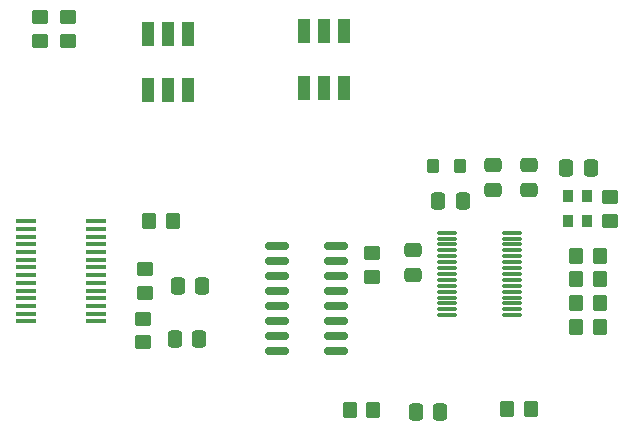
<source format=gtp>
G04 #@! TF.GenerationSoftware,KiCad,Pcbnew,9.0.6*
G04 #@! TF.CreationDate,2026-02-12T12:28:41-08:00*
G04 #@! TF.ProjectId,mutebox_hat_audio_in,6d757465-626f-4785-9f68-61745f617564,rev?*
G04 #@! TF.SameCoordinates,Original*
G04 #@! TF.FileFunction,Paste,Top*
G04 #@! TF.FilePolarity,Positive*
%FSLAX46Y46*%
G04 Gerber Fmt 4.6, Leading zero omitted, Abs format (unit mm)*
G04 Created by KiCad (PCBNEW 9.0.6) date 2026-02-12 12:28:41*
%MOMM*%
%LPD*%
G01*
G04 APERTURE LIST*
G04 Aperture macros list*
%AMRoundRect*
0 Rectangle with rounded corners*
0 $1 Rounding radius*
0 $2 $3 $4 $5 $6 $7 $8 $9 X,Y pos of 4 corners*
0 Add a 4 corners polygon primitive as box body*
4,1,4,$2,$3,$4,$5,$6,$7,$8,$9,$2,$3,0*
0 Add four circle primitives for the rounded corners*
1,1,$1+$1,$2,$3*
1,1,$1+$1,$4,$5*
1,1,$1+$1,$6,$7*
1,1,$1+$1,$8,$9*
0 Add four rect primitives between the rounded corners*
20,1,$1+$1,$2,$3,$4,$5,0*
20,1,$1+$1,$4,$5,$6,$7,0*
20,1,$1+$1,$6,$7,$8,$9,0*
20,1,$1+$1,$8,$9,$2,$3,0*%
G04 Aperture macros list end*
%ADD10RoundRect,0.250000X-0.337500X-0.475000X0.337500X-0.475000X0.337500X0.475000X-0.337500X0.475000X0*%
%ADD11RoundRect,0.250000X0.275000X0.350000X-0.275000X0.350000X-0.275000X-0.350000X0.275000X-0.350000X0*%
%ADD12RoundRect,0.250000X-0.475000X0.337500X-0.475000X-0.337500X0.475000X-0.337500X0.475000X0.337500X0*%
%ADD13R,1.100000X2.000000*%
%ADD14RoundRect,0.250000X-0.350000X-0.450000X0.350000X-0.450000X0.350000X0.450000X-0.350000X0.450000X0*%
%ADD15RoundRect,0.250000X-0.450000X0.350000X-0.450000X-0.350000X0.450000X-0.350000X0.450000X0.350000X0*%
%ADD16R,0.900000X1.000000*%
%ADD17RoundRect,0.250000X0.450000X-0.350000X0.450000X0.350000X-0.450000X0.350000X-0.450000X-0.350000X0*%
%ADD18RoundRect,0.150000X-0.825000X-0.150000X0.825000X-0.150000X0.825000X0.150000X-0.825000X0.150000X0*%
%ADD19O,1.749999X0.299999*%
%ADD20R,1.778000X0.355600*%
G04 APERTURE END LIST*
D10*
X122675000Y-74740000D03*
X124750000Y-74740000D03*
D11*
X146625000Y-64624624D03*
X144325000Y-64624624D03*
D10*
X144762500Y-67600000D03*
X146837500Y-67600000D03*
D12*
X152400000Y-64562500D03*
X152400000Y-66637500D03*
D13*
X133400000Y-58000000D03*
X135100000Y-58000000D03*
X136800000Y-58000000D03*
X136800000Y-53200000D03*
X135100000Y-53200000D03*
X133400000Y-53200000D03*
D14*
X156400000Y-74200000D03*
X158400000Y-74200000D03*
X137262000Y-85250000D03*
X139262000Y-85250000D03*
X156400000Y-78200000D03*
X158400000Y-78200000D03*
D15*
X139100000Y-72000000D03*
X139100000Y-74000000D03*
D10*
X142824500Y-85450000D03*
X144899500Y-85450000D03*
D16*
X155750000Y-67150000D03*
X155750000Y-69300000D03*
X157300000Y-69300000D03*
X157300000Y-67150000D03*
D17*
X111000000Y-54000000D03*
X111000000Y-52000000D03*
D14*
X156400000Y-76200000D03*
X158400000Y-76200000D03*
D15*
X119938500Y-73350000D03*
X119938500Y-75350000D03*
D12*
X149400000Y-64562500D03*
X149400000Y-66637500D03*
D13*
X120200000Y-58200000D03*
X121900000Y-58200000D03*
X123600000Y-58200000D03*
X123600000Y-53400000D03*
X121900000Y-53400000D03*
X120200000Y-53400000D03*
D14*
X150600000Y-85200000D03*
X152600000Y-85200000D03*
D15*
X119772863Y-77530000D03*
X119772863Y-79530000D03*
D14*
X156400000Y-72200000D03*
X158400000Y-72200000D03*
D10*
X155592500Y-64820000D03*
X157667500Y-64820000D03*
X122425000Y-79250000D03*
X124500000Y-79250000D03*
D17*
X113400000Y-54000000D03*
X113400000Y-52000000D03*
D18*
X131100000Y-71380000D03*
X131100000Y-72650000D03*
X131100000Y-73920000D03*
X131100000Y-75190000D03*
X131100000Y-76460000D03*
X131100000Y-77730000D03*
X131100000Y-79000000D03*
X131100000Y-80270000D03*
X136050000Y-80270000D03*
X136050000Y-79000000D03*
X136050000Y-77730000D03*
X136050000Y-76460000D03*
X136050000Y-75190000D03*
X136050000Y-73920000D03*
X136050000Y-72650000D03*
X136050000Y-71380000D03*
D14*
X120250000Y-69250000D03*
X122250000Y-69250000D03*
D19*
X145475002Y-70249999D03*
X145475002Y-70749998D03*
X145475002Y-71250000D03*
X145475002Y-71749999D03*
X145475002Y-72250000D03*
X145475002Y-72749999D03*
X145475002Y-73249998D03*
X145475002Y-73750000D03*
X145475002Y-74249999D03*
X145475002Y-74750001D03*
X145475002Y-75250000D03*
X145475002Y-75749999D03*
X145475002Y-76250000D03*
X145475002Y-76749999D03*
X145475002Y-77250001D03*
X151025001Y-77250001D03*
X151025001Y-76749999D03*
X151025001Y-76250000D03*
X151025001Y-75749999D03*
X151025001Y-75250000D03*
X151025001Y-74750001D03*
X151025001Y-74249999D03*
X151025001Y-73750000D03*
X151025001Y-73249998D03*
X151025001Y-72749999D03*
X151025001Y-72250000D03*
X151025001Y-71749999D03*
X151025001Y-71250000D03*
X151025001Y-70749998D03*
X151025001Y-70249999D03*
D17*
X159250000Y-69250000D03*
X159250000Y-67250000D03*
D12*
X142600000Y-71762500D03*
X142600000Y-73837500D03*
D20*
X109806400Y-69300000D03*
X109806400Y-69950001D03*
X109806400Y-70600000D03*
X109806400Y-71250001D03*
X109806400Y-71899999D03*
X109806400Y-72550001D03*
X109806400Y-73199999D03*
X109806400Y-73849998D03*
X109806400Y-74499999D03*
X109806400Y-75149998D03*
X109806400Y-75799999D03*
X109806400Y-76449998D03*
X109806400Y-77099999D03*
X109806400Y-77749998D03*
X115750000Y-77750000D03*
X115750000Y-77099999D03*
X115750000Y-76450000D03*
X115750000Y-75799999D03*
X115750000Y-75150001D03*
X115750000Y-74499999D03*
X115750000Y-73850001D03*
X115750000Y-73199999D03*
X115750000Y-72550001D03*
X115750000Y-71899999D03*
X115750000Y-71250001D03*
X115750000Y-70600000D03*
X115750000Y-69950001D03*
X115750000Y-69300000D03*
M02*

</source>
